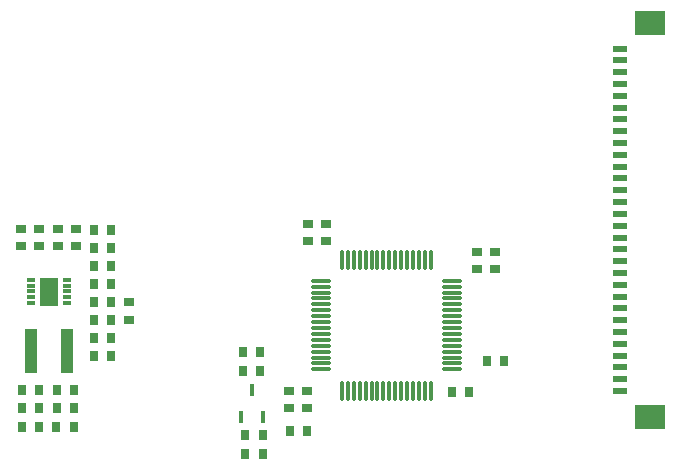
<source format=gtp>
G04*
G04 #@! TF.GenerationSoftware,Altium Limited,Altium Designer,24.0.1 (36)*
G04*
G04 Layer_Color=8421504*
%FSLAX44Y44*%
%MOMM*%
G71*
G04*
G04 #@! TF.SameCoordinates,3FE1674D-11C2-4531-B8C6-FC8791136C40*
G04*
G04*
G04 #@! TF.FilePolarity,Positive*
G04*
G01*
G75*
%ADD19R,0.7500X0.8500*%
%ADD20R,0.4500X1.0000*%
%ADD21O,1.8000X0.3000*%
%ADD22O,0.3000X1.8000*%
%ADD23R,1.2500X0.5000*%
%ADD24R,2.5000X2.0000*%
%ADD25R,0.8000X0.3000*%
%ADD26R,1.5200X2.4000*%
%ADD27R,1.1000X3.7000*%
%ADD28R,0.8500X0.7500*%
D19*
X792088Y392938D02*
D03*
X806588D02*
D03*
X792088Y377444D02*
D03*
X806588D02*
D03*
X804556Y447802D02*
D03*
X790056D02*
D03*
X804556Y463296D02*
D03*
X790056D02*
D03*
X844180Y396748D02*
D03*
X829680D02*
D03*
X646568Y400050D02*
D03*
X632068D02*
D03*
X981086Y429768D02*
D03*
X966586D02*
D03*
X663426Y460248D02*
D03*
X677926D02*
D03*
X677926Y551688D02*
D03*
X663426D02*
D03*
X677926Y536448D02*
D03*
X663426D02*
D03*
X646706Y415798D02*
D03*
X632206D02*
D03*
X646706Y431038D02*
D03*
X632206D02*
D03*
X602996Y415798D02*
D03*
X617496D02*
D03*
X602996Y431038D02*
D03*
X617496D02*
D03*
X663426Y505968D02*
D03*
X677926D02*
D03*
X663426Y566928D02*
D03*
X677926D02*
D03*
X663426Y521208D02*
D03*
X677926D02*
D03*
X663426Y475488D02*
D03*
X677926D02*
D03*
Y490728D02*
D03*
X663426D02*
D03*
X617612Y400050D02*
D03*
X603112D02*
D03*
X996558Y456184D02*
D03*
X1011058D02*
D03*
D20*
X797814Y431366D02*
D03*
X807314Y408686D02*
D03*
X788314D02*
D03*
D21*
X855852Y448910D02*
D03*
Y453910D02*
D03*
Y458910D02*
D03*
Y463910D02*
D03*
Y468910D02*
D03*
Y473910D02*
D03*
X855852Y478910D02*
D03*
Y483910D02*
D03*
X855852Y488910D02*
D03*
Y493910D02*
D03*
Y498910D02*
D03*
Y503910D02*
D03*
Y508910D02*
D03*
X855852Y513910D02*
D03*
Y518910D02*
D03*
X855852Y523910D02*
D03*
X966852Y523910D02*
D03*
Y518910D02*
D03*
Y513910D02*
D03*
Y508910D02*
D03*
Y503910D02*
D03*
Y498910D02*
D03*
Y493910D02*
D03*
Y488910D02*
D03*
Y483910D02*
D03*
Y478910D02*
D03*
Y473910D02*
D03*
X966852Y468910D02*
D03*
Y463910D02*
D03*
X966852Y458910D02*
D03*
Y453910D02*
D03*
Y448910D02*
D03*
D22*
X873852Y541910D02*
D03*
X878852Y541910D02*
D03*
X883852D02*
D03*
X888852Y541910D02*
D03*
X893852D02*
D03*
X898852D02*
D03*
X903852D02*
D03*
X908852D02*
D03*
X913852Y541910D02*
D03*
X918852D02*
D03*
X923852D02*
D03*
X928852Y541910D02*
D03*
X933852D02*
D03*
X938852D02*
D03*
X943852D02*
D03*
X948852D02*
D03*
Y430656D02*
D03*
X943852D02*
D03*
X938852D02*
D03*
X933852D02*
D03*
X928852D02*
D03*
X923852D02*
D03*
X918852D02*
D03*
X913852D02*
D03*
X908852D02*
D03*
X903852D02*
D03*
X898852D02*
D03*
X893852D02*
D03*
X888852D02*
D03*
X883852D02*
D03*
X878852D02*
D03*
X873852D02*
D03*
D23*
X1109218Y700550D02*
D03*
Y690550D02*
D03*
Y660550D02*
D03*
Y640550D02*
D03*
Y610550D02*
D03*
Y600550D02*
D03*
Y590550D02*
D03*
Y580550D02*
D03*
Y540550D02*
D03*
Y530550D02*
D03*
Y550550D02*
D03*
Y560550D02*
D03*
Y520550D02*
D03*
Y510550D02*
D03*
Y500550D02*
D03*
Y490550D02*
D03*
Y480550D02*
D03*
Y470550D02*
D03*
Y460550D02*
D03*
Y450550D02*
D03*
Y440550D02*
D03*
Y430550D02*
D03*
Y570550D02*
D03*
Y620550D02*
D03*
Y630550D02*
D03*
Y650550D02*
D03*
Y670550D02*
D03*
Y680550D02*
D03*
Y710550D02*
D03*
Y720550D02*
D03*
D24*
X1134968Y742450D02*
D03*
Y408650D02*
D03*
D25*
X610857Y524857D02*
D03*
Y519858D02*
D03*
Y514857D02*
D03*
Y509858D02*
D03*
Y504857D02*
D03*
X640855D02*
D03*
Y509858D02*
D03*
Y514857D02*
D03*
Y524857D02*
D03*
Y519858D02*
D03*
D26*
X625871Y514768D02*
D03*
D27*
X640856Y464058D02*
D03*
X610856D02*
D03*
D28*
X602234Y567574D02*
D03*
Y553074D02*
D03*
X617474Y567574D02*
D03*
Y553074D02*
D03*
X648208Y567574D02*
D03*
Y553074D02*
D03*
X632968Y567574D02*
D03*
Y553074D02*
D03*
X693166Y491098D02*
D03*
Y505598D02*
D03*
X829310Y430784D02*
D03*
Y416284D02*
D03*
X844550Y430784D02*
D03*
Y416284D02*
D03*
X845312Y571892D02*
D03*
Y557392D02*
D03*
X860552Y571892D02*
D03*
Y557392D02*
D03*
X987806Y548524D02*
D03*
Y534024D02*
D03*
X1003046Y548524D02*
D03*
Y534024D02*
D03*
M02*

</source>
